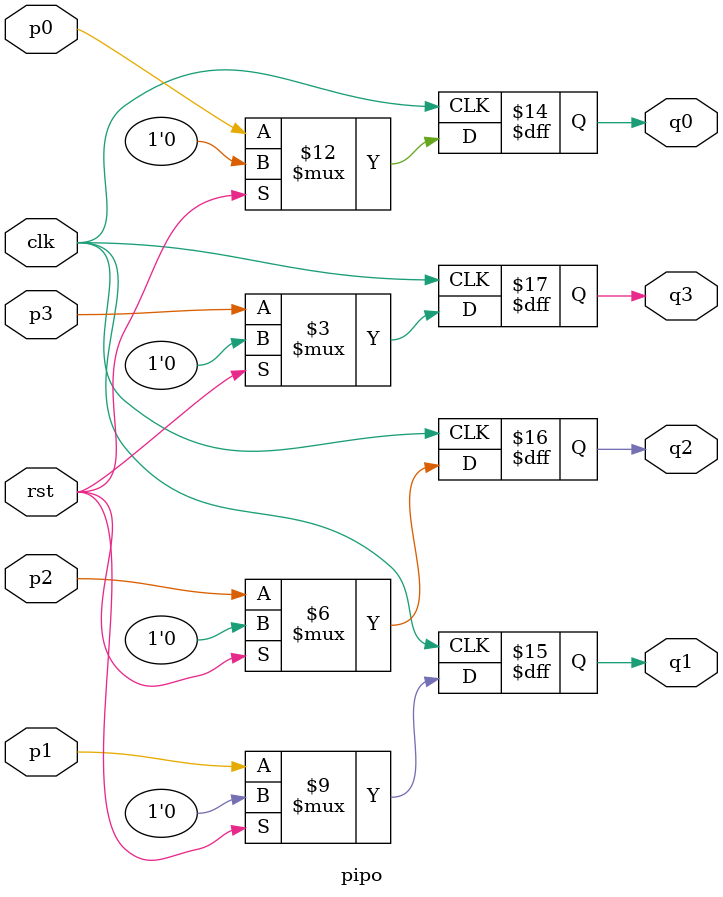
<source format=v>
module pipo (clk,rst,p3,p2,p1,p0,q0,q1,q2,q3);
input clk,rst,p3,p2,p1,p0;
output reg q0,q1,q2,q3;
always@(negedge clk) begin
if(rst) begin
q0<=1'b0;
q1<=1'b0;
q2<=1'b0;
q3<=1'b0;
end
else begin
q0<=p0;
q1<=p1;
q2<=p2;
q3<=p3;
end
end
endmodule

</source>
